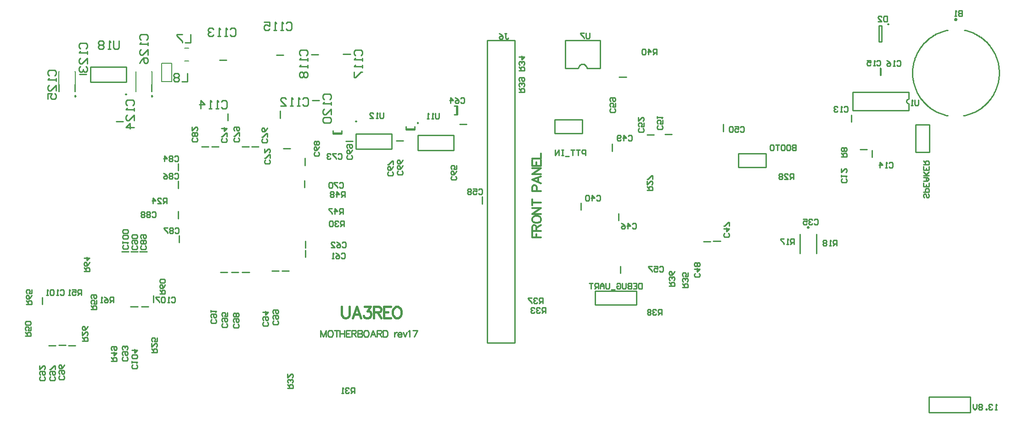
<source format=gbo>
G04*
G04 #@! TF.GenerationSoftware,Altium Limited,Altium Designer,19.1.8 (144)*
G04*
G04 Layer_Color=32896*
%FSLAX25Y25*%
%MOIN*%
G70*
G01*
G75*
%ADD10C,0.00984*%
%ADD11C,0.01000*%
%ADD12C,0.00787*%
%ADD143C,0.01544*%
%ADD144C,0.00926*%
%ADD145C,0.01235*%
G36*
X78090Y-62090D02*
X78224Y-62102D01*
X78353Y-62137D01*
X78475Y-62194D01*
X78585Y-62271D01*
X78680Y-62366D01*
X78757Y-62476D01*
X78814Y-62598D01*
X78848Y-62728D01*
X78860Y-62862D01*
X78848Y-62996D01*
X78814Y-63126D01*
X78757Y-63248D01*
X78680Y-63358D01*
X78585Y-63453D01*
X78475Y-63530D01*
X78353Y-63587D01*
X78224Y-63622D01*
X78090Y-63634D01*
X77956Y-63622D01*
X77826Y-63587D01*
X77705Y-63530D01*
X77595Y-63453D01*
X77500Y-63358D01*
X77423Y-63248D01*
X77366Y-63126D01*
X77332Y-62996D01*
X77320Y-62862D01*
X77332Y-62728D01*
X77366Y-62598D01*
X77423Y-62476D01*
X77500Y-62366D01*
X77595Y-62271D01*
X77705Y-62194D01*
X77826Y-62137D01*
X77956Y-62102D01*
X78090Y-62090D01*
D01*
D02*
G37*
G36*
X244986Y-83362D02*
X244852Y-83350D01*
X244723Y-83315D01*
X244601Y-83259D01*
X244491Y-83182D01*
X244396Y-83086D01*
X244319Y-82976D01*
X244262Y-82854D01*
X244228Y-82724D01*
X244216Y-82591D01*
X244228Y-82456D01*
X244262Y-82326D01*
X244319Y-82205D01*
X244396Y-82095D01*
X244491Y-81999D01*
X244601Y-81922D01*
X244723Y-81865D01*
X244852Y-81831D01*
X244986Y-81819D01*
X245120Y-81831D01*
X245250Y-81865D01*
X245371Y-81922D01*
X245481Y-81999D01*
X245576Y-82095D01*
X245653Y-82205D01*
X245710Y-82326D01*
X245744Y-82456D01*
X245756Y-82591D01*
X245744Y-82724D01*
X245710Y-82854D01*
X245653Y-82976D01*
X245576Y-83086D01*
X245481Y-83182D01*
X245371Y-83259D01*
X245250Y-83315D01*
X245120Y-83350D01*
X244986Y-83362D01*
D01*
D02*
G37*
G36*
X289868Y-84475D02*
X289734Y-84464D01*
X289605Y-84429D01*
X289483Y-84372D01*
X289373Y-84295D01*
X289278Y-84200D01*
X289201Y-84089D01*
X289144Y-83968D01*
X289109Y-83838D01*
X289098Y-83704D01*
X289109Y-83570D01*
X289144Y-83440D01*
X289201Y-83318D01*
X289278Y-83208D01*
X289373Y-83113D01*
X289483Y-83035D01*
X289605Y-82979D01*
X289734Y-82944D01*
X289868Y-82932D01*
X290002Y-82944D01*
X290131Y-82979D01*
X290253Y-83035D01*
X290363Y-83113D01*
X290458Y-83208D01*
X290535Y-83318D01*
X290592Y-83440D01*
X290626Y-83570D01*
X290638Y-83704D01*
X290626Y-83838D01*
X290592Y-83968D01*
X290535Y-84089D01*
X290458Y-84200D01*
X290363Y-84295D01*
X290253Y-84372D01*
X290131Y-84429D01*
X290002Y-84464D01*
X289868Y-84475D01*
D01*
D02*
G37*
G36*
X573228Y-160630D02*
X573058Y-160615D01*
X572892Y-160571D01*
X572737Y-160498D01*
X572596Y-160400D01*
X572475Y-160278D01*
X572376Y-160138D01*
X572304Y-159982D01*
X572260Y-159817D01*
X572245Y-159646D01*
X572260Y-159475D01*
X572304Y-159309D01*
X572376Y-159153D01*
X572475Y-159013D01*
X572596Y-158892D01*
X572737Y-158793D01*
X572892Y-158721D01*
X573058Y-158676D01*
X573228Y-158661D01*
X573399Y-158676D01*
X573565Y-158721D01*
X573720Y-158793D01*
X573861Y-158892D01*
X573982Y-159013D01*
X574080Y-159153D01*
X574153Y-159309D01*
X574197Y-159475D01*
X574212Y-159646D01*
X574197Y-159817D01*
X574153Y-159982D01*
X574080Y-160138D01*
X573982Y-160278D01*
X573861Y-160400D01*
X573720Y-160498D01*
X573565Y-160571D01*
X573399Y-160615D01*
X573228Y-160630D01*
D01*
D02*
G37*
G36*
X630621Y-11876D02*
X630633Y-11742D01*
X630667Y-11612D01*
X630724Y-11491D01*
X630801Y-11381D01*
X630897Y-11286D01*
X631006Y-11209D01*
X631128Y-11152D01*
X631258Y-11117D01*
X631392Y-11106D01*
X631526Y-11117D01*
X631656Y-11152D01*
X631778Y-11209D01*
X631888Y-11286D01*
X631983Y-11381D01*
X632060Y-11491D01*
X632117Y-11612D01*
X632152Y-11742D01*
X632163Y-11876D01*
X632152Y-12009D01*
X632117Y-12139D01*
X632060Y-12261D01*
X631983Y-12371D01*
X631888Y-12466D01*
X631778Y-12543D01*
X631656Y-12600D01*
X631526Y-12634D01*
X631392Y-12646D01*
X631258Y-12634D01*
X631128Y-12600D01*
X631006Y-12543D01*
X630897Y-12466D01*
X630801Y-12371D01*
X630724Y-12261D01*
X630667Y-12139D01*
X630633Y-12009D01*
X630621Y-11876D01*
D01*
D02*
G37*
G36*
X680318Y-9596D02*
X680113Y-9578D01*
X679914Y-9525D01*
X679728Y-9438D01*
X679559Y-9320D01*
X679413Y-9174D01*
X679295Y-9006D01*
X679208Y-8819D01*
X679155Y-8620D01*
X679137Y-8415D01*
X679155Y-8210D01*
X679208Y-8011D01*
X679295Y-7825D01*
X679413Y-7656D01*
X679559Y-7511D01*
X679728Y-7393D01*
X679914Y-7306D01*
X680113Y-7252D01*
X680318Y-7235D01*
X680523Y-7252D01*
X680722Y-7306D01*
X680909Y-7393D01*
X681077Y-7511D01*
X681223Y-7656D01*
X681341Y-7825D01*
X681428Y-8011D01*
X681481Y-8210D01*
X681499Y-8415D01*
X681481Y-8620D01*
X681428Y-8819D01*
X681341Y-9006D01*
X681223Y-9174D01*
X681077Y-9320D01*
X680909Y-9438D01*
X680722Y-9525D01*
X680523Y-9578D01*
X680318Y-9596D01*
D01*
D02*
G37*
D10*
X97342Y-64173D02*
X96604Y-63747D01*
Y-64599D01*
X97342Y-64173D01*
X41618D02*
X40880Y-63747D01*
Y-64599D01*
X41618Y-64173D01*
D11*
X412600Y-44079D02*
X412445Y-43105D01*
X411998Y-42227D01*
X411301Y-41530D01*
X410423Y-41082D01*
X409449Y-40928D01*
X408475Y-41082D01*
X407597Y-41530D01*
X406900Y-42227D01*
X406452Y-43105D01*
X406298Y-44079D01*
X711811Y-47278D02*
X711796Y-46271D01*
X711748Y-45265D01*
X711668Y-44261D01*
X711557Y-43260D01*
X711414Y-42263D01*
X711239Y-41271D01*
X711033Y-40286D01*
X710796Y-39307D01*
X710529Y-38336D01*
X710230Y-37374D01*
X709902Y-36422D01*
X709543Y-35481D01*
X709155Y-34552D01*
X708737Y-33635D01*
X708291Y-32732D01*
X707817Y-31844D01*
X707314Y-30971D01*
X706784Y-30115D01*
X706227Y-29276D01*
X705645Y-28454D01*
X705036Y-27652D01*
X704402Y-26869D01*
X703744Y-26107D01*
X703062Y-25366D01*
X702357Y-24647D01*
X701629Y-23951D01*
X700880Y-23278D01*
X700110Y-22629D01*
X699319Y-22005D01*
X698510Y-21406D01*
X697681Y-20833D01*
X696835Y-20286D01*
X695973Y-19767D01*
X695094Y-19275D01*
X694200Y-18811D01*
X693292Y-18376D01*
X692370Y-17970D01*
X691436Y-17593D01*
X690491Y-17246D01*
X689535Y-16929D01*
X688569Y-16642D01*
X687595Y-16386D01*
X686614Y-16161D01*
X685999Y-78410D02*
X686977Y-78204D01*
X687948Y-77967D01*
X688912Y-77700D01*
X689866Y-77403D01*
X690811Y-77077D01*
X691745Y-76720D01*
X692667Y-76335D01*
X693577Y-75921D01*
X694473Y-75479D01*
X695355Y-75009D01*
X696222Y-74511D01*
X697073Y-73987D01*
X697907Y-73436D01*
X698724Y-72859D01*
X699521Y-72257D01*
X700300Y-71631D01*
X701059Y-70980D01*
X701797Y-70306D01*
X702513Y-69608D01*
X703207Y-68889D01*
X703879Y-68149D01*
X704526Y-67387D01*
X705150Y-66606D01*
X705749Y-65806D01*
X706322Y-64987D01*
X706870Y-64151D01*
X707391Y-63298D01*
X707885Y-62429D01*
X708352Y-61545D01*
X708790Y-60647D01*
X709201Y-59736D01*
X709582Y-58812D01*
X709935Y-57877D01*
X710258Y-56931D01*
X710551Y-55975D01*
X710814Y-55011D01*
X711047Y-54039D01*
X711249Y-53060D01*
X711421Y-52075D01*
X711561Y-51086D01*
X711670Y-50092D01*
X711749Y-49095D01*
X711796Y-48097D01*
X711811Y-47098D01*
X648818Y-47117D02*
X648834Y-48116D01*
X648881Y-49113D01*
X648959Y-50109D01*
X649069Y-51102D01*
X649209Y-52091D01*
X649380Y-53075D01*
X649582Y-54053D01*
X649815Y-55024D01*
X650078Y-55988D01*
X650371Y-56943D01*
X650694Y-57888D01*
X651046Y-58823D01*
X651427Y-59746D01*
X651837Y-60656D01*
X652276Y-61554D01*
X652742Y-62437D01*
X653235Y-63305D01*
X653756Y-64158D01*
X654303Y-64994D01*
X654876Y-65812D01*
X655475Y-66611D01*
X656098Y-67392D01*
X656745Y-68152D01*
X657416Y-68893D01*
X658110Y-69611D01*
X658826Y-70308D01*
X659563Y-70981D01*
X660321Y-71632D01*
X661099Y-72258D01*
X661897Y-72860D01*
X662712Y-73436D01*
X663546Y-73986D01*
X664396Y-74510D01*
X665262Y-75007D01*
X666144Y-75477D01*
X667039Y-75919D01*
X667948Y-76333D01*
X668870Y-76718D01*
X669803Y-77074D01*
X670747Y-77400D01*
X671701Y-77697D01*
X672664Y-77964D01*
X673634Y-78200D01*
X674611Y-78406D01*
X674403Y-16162D02*
X673434Y-16366D01*
X672471Y-16601D01*
X671516Y-16865D01*
X670570Y-17160D01*
X669634Y-17483D01*
X668708Y-17837D01*
X667794Y-18218D01*
X666892Y-18629D01*
X666004Y-19067D01*
X665130Y-19533D01*
X664270Y-20026D01*
X663427Y-20546D01*
X662600Y-21092D01*
X661791Y-21664D01*
X661000Y-22260D01*
X660228Y-22882D01*
X659476Y-23527D01*
X658745Y-24195D01*
X658035Y-24886D01*
X657347Y-25599D01*
X656681Y-26333D01*
X656039Y-27087D01*
X655421Y-27861D01*
X654828Y-28655D01*
X654259Y-29466D01*
X653717Y-30295D01*
X653200Y-31140D01*
X652710Y-32002D01*
X652248Y-32878D01*
X651813Y-33768D01*
X651406Y-34671D01*
X651028Y-35587D01*
X650679Y-36514D01*
X650359Y-37452D01*
X650068Y-38399D01*
X649807Y-39355D01*
X649577Y-40318D01*
X649376Y-41288D01*
X649206Y-42265D01*
X649067Y-43245D01*
X648958Y-44230D01*
X648881Y-45218D01*
X648834Y-46207D01*
X648819Y-47198D01*
X646169Y-66280D02*
X645140Y-66506D01*
X644480Y-67328D01*
Y-68381D01*
X645140Y-69202D01*
X646169Y-69428D01*
X235632Y-33463D02*
X240746D01*
X212403Y-33857D02*
X217518D01*
X213191Y-67322D02*
X218305D01*
X187207Y-34253D02*
X192321D01*
X145868Y-37995D02*
X150982D01*
X52211Y-53937D02*
X78194D01*
X52211Y-42913D02*
X78194D01*
X52211Y-53937D02*
Y-42913D01*
X78194Y-53937D02*
Y-42913D01*
X44081Y-48226D02*
X49195D01*
X70687Y-82465D02*
X75801D01*
X151774Y-82085D02*
Y-76970D01*
X189763Y-80116D02*
Y-75002D01*
X522558Y-116024D02*
Y-106024D01*
X542560D01*
Y-116024D02*
Y-106024D01*
X522558Y-116024D02*
X542560D01*
X412600Y-44075D02*
X422047D01*
X396850D02*
X406298D01*
X396850Y-23602D02*
X422047D01*
Y-44075D02*
Y-23602D01*
X396850Y-44075D02*
Y-23602D01*
X418624Y-216024D02*
Y-206024D01*
X448620D01*
Y-216024D02*
Y-206024D01*
X418624Y-216024D02*
X448620D01*
X289764Y-103652D02*
Y-92629D01*
X315747Y-103652D02*
Y-92629D01*
X289764Y-103652D02*
X315747D01*
X289764Y-92629D02*
X315747D01*
X435434Y-154709D02*
Y-149594D01*
X690787Y-294094D02*
Y-283071D01*
X660787Y-294094D02*
X690787D01*
X660787D02*
Y-283071D01*
X690787D01*
X651299Y-84999D02*
X661299D01*
Y-105001D02*
Y-84999D01*
X651299Y-105001D02*
X661299D01*
X651299D02*
Y-84999D01*
X340118Y-23740D02*
X360118D01*
Y-243740D02*
Y-23740D01*
X340118Y-243740D02*
X360118D01*
X340118D02*
Y-23740D01*
X320086Y-84449D02*
X325200D01*
X237515Y-97047D02*
X242630D01*
X89175Y-217124D02*
X94289D01*
X81301D02*
X86415D01*
X21852Y-245475D02*
X26967D01*
X646162Y-74548D02*
Y-69429D01*
Y-66280D02*
Y-61161D01*
X605611D02*
X646162D01*
X605611Y-74548D02*
X646162D01*
X605611D02*
Y-61161D01*
X624409Y-12796D02*
X626378D01*
X624409Y-24606D02*
Y-12796D01*
Y-24606D02*
X626378D01*
Y-12796D01*
X625593Y-48817D02*
Y-43703D01*
X604530Y-82872D02*
Y-77758D01*
X436006Y-50179D02*
X441120D01*
X430903Y-104132D02*
Y-99018D01*
X436788Y-193082D02*
Y-187968D01*
X497049Y-169884D02*
X502163D01*
X504248Y-169511D02*
X509363D01*
X389103Y-91386D02*
Y-81386D01*
X409105D01*
Y-91386D02*
Y-81386D01*
X389103Y-91386D02*
X409105D01*
X316145Y-71263D02*
X318501D01*
X316145Y-77556D02*
X318501D01*
Y-71263D01*
X317756Y-77556D02*
Y-71263D01*
X336603Y-142453D02*
Y-137339D01*
X244882Y-102539D02*
Y-91515D01*
X270865Y-102539D02*
Y-91515D01*
X244882Y-102539D02*
X270865D01*
X244882Y-91515D02*
X270865D01*
X234643Y-91729D02*
Y-89373D01*
X228350Y-91729D02*
Y-89373D01*
Y-91729D02*
X234643D01*
X228350Y-90984D02*
X234643D01*
X207621Y-130581D02*
Y-125467D01*
X169044Y-100982D02*
X174158D01*
X140125D02*
X145239D01*
X97837Y-214368D02*
Y-209254D01*
X74805Y-177163D02*
X79919D01*
X146385Y-192255D02*
X151499D01*
X81498Y-177163D02*
X86612D01*
X87994Y-177360D02*
X93108D01*
X116358Y-170566D02*
Y-165452D01*
X115978Y-131091D02*
Y-125976D01*
X619640Y-108679D02*
Y-103565D01*
X469097Y-91931D02*
X474211D01*
X511420Y-89762D02*
Y-84648D01*
X408067Y-147045D02*
Y-141931D01*
X207692Y-114474D02*
Y-109360D01*
X208268Y-174663D02*
Y-169548D01*
Y-181356D02*
Y-176241D01*
X115978Y-118248D02*
Y-113134D01*
X115788Y-153105D02*
Y-147991D01*
X17124Y-215549D02*
Y-210435D01*
X274215Y-96653D02*
X279329D01*
X287398Y-88579D02*
Y-86224D01*
X281105Y-88579D02*
Y-86224D01*
Y-88579D02*
X287398D01*
X281105Y-87835D02*
X287398D01*
X29136Y-245278D02*
X34250D01*
X36026Y-245475D02*
X41140D01*
X625785Y-49014D02*
Y-43900D01*
X579134Y-178740D02*
Y-164567D01*
X567323Y-178740D02*
Y-164567D01*
X192062Y-102096D02*
X197176D01*
X191053Y-191419D02*
X196168D01*
X183708D02*
X188822D01*
X162212Y-100982D02*
X167326D01*
X162285Y-192255D02*
X167399D01*
X154399D02*
X159513D01*
X132791Y-100982D02*
X137905D01*
X610829Y-102950D02*
X615943D01*
X456104Y-92325D02*
X461219D01*
X72835Y-23923D02*
Y-28922D01*
X71835Y-29921D01*
X69836D01*
X68836Y-28922D01*
Y-23923D01*
X66837Y-29921D02*
X64837D01*
X65837D01*
Y-23923D01*
X66837Y-24923D01*
X61838D02*
X60839Y-23923D01*
X58839D01*
X57840Y-24923D01*
Y-25923D01*
X58839Y-26922D01*
X57840Y-27922D01*
Y-28922D01*
X58839Y-29921D01*
X60839D01*
X61838Y-28922D01*
Y-27922D01*
X60839Y-26922D01*
X61838Y-25923D01*
Y-24923D01*
X60839Y-26922D02*
X58839D01*
X122441Y-47545D02*
Y-53543D01*
X118442D01*
X116443Y-48545D02*
X115443Y-47545D01*
X113444D01*
X112444Y-48545D01*
Y-49545D01*
X113444Y-50544D01*
X112444Y-51544D01*
Y-52544D01*
X113444Y-53543D01*
X115443D01*
X116443Y-52544D01*
Y-51544D01*
X115443Y-50544D01*
X116443Y-49545D01*
Y-48545D01*
X115443Y-50544D02*
X113444D01*
X88702Y-23290D02*
X87703Y-22290D01*
Y-20291D01*
X88702Y-19291D01*
X92701D01*
X93701Y-20291D01*
Y-22290D01*
X92701Y-23290D01*
X93701Y-25289D02*
Y-27289D01*
Y-26289D01*
X87703D01*
X88702Y-25289D01*
X93701Y-34286D02*
Y-30288D01*
X89702Y-34286D01*
X88702D01*
X87703Y-33287D01*
Y-31288D01*
X88702Y-30288D01*
X87703Y-40285D02*
X88702Y-38285D01*
X90702Y-36286D01*
X92701D01*
X93701Y-37286D01*
Y-39285D01*
X92701Y-40285D01*
X91701D01*
X90702Y-39285D01*
Y-36286D01*
X22167Y-49274D02*
X21167Y-48275D01*
Y-46275D01*
X22167Y-45276D01*
X26166D01*
X27165Y-46275D01*
Y-48275D01*
X26166Y-49274D01*
X27165Y-51274D02*
Y-53273D01*
Y-52273D01*
X21167D01*
X22167Y-51274D01*
X27165Y-60271D02*
Y-56272D01*
X23167Y-60271D01*
X22167D01*
X21167Y-59271D01*
Y-57272D01*
X22167Y-56272D01*
X21167Y-66269D02*
Y-62270D01*
X24166D01*
X23167Y-64269D01*
Y-65269D01*
X24166Y-66269D01*
X26166D01*
X27165Y-65269D01*
Y-63270D01*
X26166Y-62270D01*
X147236Y-68191D02*
X148236Y-67191D01*
X150235D01*
X151235Y-68191D01*
Y-72189D01*
X150235Y-73189D01*
X148236D01*
X147236Y-72189D01*
X145237Y-73189D02*
X143237D01*
X144237D01*
Y-67191D01*
X145237Y-68191D01*
X140238Y-73189D02*
X138239D01*
X139239D01*
Y-67191D01*
X140238Y-68191D01*
X132241Y-73189D02*
Y-67191D01*
X135240Y-70190D01*
X131241D01*
X124985Y-19159D02*
Y-25157D01*
X120986D01*
X118987Y-19159D02*
X114988D01*
Y-20159D01*
X118987Y-24158D01*
Y-25157D01*
X78860Y-70928D02*
X77860Y-69928D01*
Y-67929D01*
X78860Y-66929D01*
X82859D01*
X83858Y-67929D01*
Y-69928D01*
X82859Y-70928D01*
X83858Y-72927D02*
Y-74927D01*
Y-73927D01*
X77860D01*
X78860Y-72927D01*
X83858Y-81924D02*
Y-77926D01*
X79860Y-81924D01*
X78860D01*
X77860Y-80925D01*
Y-78925D01*
X78860Y-77926D01*
X83858Y-86923D02*
X77860D01*
X80859Y-83924D01*
Y-87922D01*
X45002Y-29589D02*
X44002Y-28590D01*
Y-26590D01*
X45002Y-25591D01*
X49000D01*
X50000Y-26590D01*
Y-28590D01*
X49000Y-29589D01*
X50000Y-31589D02*
Y-33588D01*
Y-32588D01*
X44002D01*
X45002Y-31589D01*
X50000Y-40586D02*
Y-36587D01*
X46001Y-40586D01*
X45002D01*
X44002Y-39586D01*
Y-37587D01*
X45002Y-36587D01*
Y-42585D02*
X44002Y-43585D01*
Y-45584D01*
X45002Y-46584D01*
X46001D01*
X47001Y-45584D01*
Y-44584D01*
Y-45584D01*
X48001Y-46584D01*
X49000D01*
X50000Y-45584D01*
Y-43585D01*
X49000Y-42585D01*
X221773Y-66597D02*
X220774Y-65597D01*
Y-63598D01*
X221773Y-62598D01*
X225772D01*
X226772Y-63598D01*
Y-65597D01*
X225772Y-66597D01*
X226772Y-68597D02*
Y-70596D01*
Y-69596D01*
X220774D01*
X221773Y-68597D01*
X226772Y-77594D02*
Y-73595D01*
X222773Y-77594D01*
X221773D01*
X220774Y-76594D01*
Y-74595D01*
X221773Y-73595D01*
Y-79593D02*
X220774Y-80593D01*
Y-82592D01*
X221773Y-83592D01*
X225772D01*
X226772Y-82592D01*
Y-80593D01*
X225772Y-79593D01*
X221773D01*
X204844Y-34707D02*
X203844Y-33708D01*
Y-31708D01*
X204844Y-30709D01*
X208843D01*
X209842Y-31708D01*
Y-33708D01*
X208843Y-34707D01*
X209842Y-36707D02*
Y-38706D01*
Y-37706D01*
X203844D01*
X204844Y-36707D01*
X209842Y-41705D02*
Y-43705D01*
Y-42705D01*
X203844D01*
X204844Y-41705D01*
Y-46703D02*
X203844Y-47703D01*
Y-49703D01*
X204844Y-50702D01*
X205844D01*
X206843Y-49703D01*
X207843Y-50702D01*
X208843D01*
X209842Y-49703D01*
Y-47703D01*
X208843Y-46703D01*
X207843D01*
X206843Y-47703D01*
X205844Y-46703D01*
X204844D01*
X206843Y-47703D02*
Y-49703D01*
X244608Y-34707D02*
X243608Y-33708D01*
Y-31708D01*
X244608Y-30709D01*
X248607D01*
X249606Y-31708D01*
Y-33708D01*
X248607Y-34707D01*
X249606Y-36707D02*
Y-38706D01*
Y-37706D01*
X243608D01*
X244608Y-36707D01*
X249606Y-41705D02*
Y-43705D01*
Y-42705D01*
X243608D01*
X244608Y-41705D01*
X243608Y-46703D02*
Y-50702D01*
X244608D01*
X248607Y-46703D01*
X249606D01*
X194033Y-11143D02*
X195033Y-10144D01*
X197032D01*
X198031Y-11143D01*
Y-15142D01*
X197032Y-16142D01*
X195033D01*
X194033Y-15142D01*
X192033Y-16142D02*
X190034D01*
X191034D01*
Y-10144D01*
X192033Y-11143D01*
X187035Y-16142D02*
X185036D01*
X186035D01*
Y-10144D01*
X187035Y-11143D01*
X178038Y-10144D02*
X182037D01*
Y-13143D01*
X180037Y-12143D01*
X179038D01*
X178038Y-13143D01*
Y-15142D01*
X179038Y-16142D01*
X181037D01*
X182037Y-15142D01*
X153482Y-15474D02*
X154481Y-14474D01*
X156481D01*
X157480Y-15474D01*
Y-19473D01*
X156481Y-20472D01*
X154481D01*
X153482Y-19473D01*
X151482Y-20472D02*
X149483D01*
X150483D01*
Y-14474D01*
X151482Y-15474D01*
X146484Y-20472D02*
X144484D01*
X145484D01*
Y-14474D01*
X146484Y-15474D01*
X141486D02*
X140486Y-14474D01*
X138487D01*
X137487Y-15474D01*
Y-16474D01*
X138487Y-17473D01*
X139486D01*
X138487D01*
X137487Y-18473D01*
Y-19473D01*
X138487Y-20472D01*
X140486D01*
X141486Y-19473D01*
X206284Y-66234D02*
X207284Y-65234D01*
X209283D01*
X210283Y-66234D01*
Y-70233D01*
X209283Y-71232D01*
X207284D01*
X206284Y-70233D01*
X204285Y-71232D02*
X202286D01*
X203285D01*
Y-65234D01*
X204285Y-66234D01*
X199287Y-71232D02*
X197287D01*
X198287D01*
Y-65234D01*
X199287Y-66234D01*
X190290Y-71232D02*
X194288D01*
X190290Y-67234D01*
Y-66234D01*
X191289Y-65234D01*
X193289D01*
X194288Y-66234D01*
X564183Y-99696D02*
Y-103684D01*
X562189D01*
X561524Y-103019D01*
Y-102355D01*
X562189Y-101690D01*
X564183D01*
X562189D01*
X561524Y-101025D01*
Y-100361D01*
X562189Y-99696D01*
X564183D01*
X558201D02*
X559530D01*
X560195Y-100361D01*
Y-103019D01*
X559530Y-103684D01*
X558201D01*
X557536Y-103019D01*
Y-100361D01*
X558201Y-99696D01*
X554213D02*
X555542D01*
X556207Y-100361D01*
Y-103019D01*
X555542Y-103684D01*
X554213D01*
X553548Y-103019D01*
Y-100361D01*
X554213Y-99696D01*
X552218D02*
X549560D01*
X550889D01*
Y-103684D01*
X548230Y-100361D02*
X547566Y-99696D01*
X546236D01*
X545572Y-100361D01*
Y-103019D01*
X546236Y-103684D01*
X547566D01*
X548230Y-103019D01*
Y-100361D01*
X414490Y-18388D02*
Y-21711D01*
X413825Y-22376D01*
X412496D01*
X411831Y-21711D01*
Y-18388D01*
X410502D02*
X407843D01*
Y-19052D01*
X410502Y-21711D01*
Y-22376D01*
X684887Y-2020D02*
Y-6008D01*
X682893D01*
X682228Y-5344D01*
Y-4679D01*
X682893Y-4014D01*
X684887D01*
X682893D01*
X682228Y-3350D01*
Y-2685D01*
X682893Y-2020D01*
X684887D01*
X680899Y-6008D02*
X679569D01*
X680234D01*
Y-2020D01*
X680899Y-2685D01*
X452667Y-200293D02*
Y-204281D01*
X450673D01*
X450008Y-203616D01*
Y-200957D01*
X450673Y-200293D01*
X452667D01*
X446020D02*
X448679D01*
Y-204281D01*
X446020D01*
X448679Y-202287D02*
X447350D01*
X444691Y-200293D02*
Y-204281D01*
X442697D01*
X442032Y-203616D01*
Y-202951D01*
X442697Y-202287D01*
X444691D01*
X442697D01*
X442032Y-201622D01*
Y-200957D01*
X442697Y-200293D01*
X444691D01*
X440703D02*
Y-203616D01*
X440038Y-204281D01*
X438709D01*
X438044Y-203616D01*
Y-200293D01*
X434056Y-200957D02*
X434721Y-200293D01*
X436050D01*
X436715Y-200957D01*
Y-203616D01*
X436050Y-204281D01*
X434721D01*
X434056Y-203616D01*
Y-202287D01*
X435385D01*
X432726Y-204945D02*
X430068D01*
X428738Y-200293D02*
Y-203616D01*
X428074Y-204281D01*
X426744D01*
X426080Y-203616D01*
Y-200293D01*
X424750Y-204281D02*
Y-201622D01*
X423421Y-200293D01*
X422092Y-201622D01*
Y-204281D01*
Y-202287D01*
X424750D01*
X420762Y-204281D02*
Y-200293D01*
X418768D01*
X418104Y-200957D01*
Y-202287D01*
X418768Y-202951D01*
X420762D01*
X419433D02*
X418104Y-204281D01*
X416774Y-200293D02*
X414115D01*
X415445D01*
Y-204281D01*
X305118Y-76721D02*
Y-80044D01*
X304453Y-80709D01*
X303124D01*
X302459Y-80044D01*
Y-76721D01*
X301130Y-80709D02*
X299801D01*
X300465D01*
Y-76721D01*
X301130Y-77385D01*
X297807Y-80709D02*
X296477D01*
X297142D01*
Y-76721D01*
X297807Y-77385D01*
X445373Y-157307D02*
X446037Y-156642D01*
X447367D01*
X448032Y-157307D01*
Y-159965D01*
X447367Y-160630D01*
X446037D01*
X445373Y-159965D01*
X442049Y-160630D02*
Y-156642D01*
X444043Y-158636D01*
X441385D01*
X437396Y-156642D02*
X438726Y-157307D01*
X440055Y-158636D01*
Y-159965D01*
X439391Y-160630D01*
X438061D01*
X437396Y-159965D01*
Y-159300D01*
X438061Y-158636D01*
X440055D01*
X710051Y-292400D02*
X708722D01*
X709387D01*
Y-288411D01*
X710051Y-289076D01*
X706728D02*
X706063Y-288411D01*
X704734D01*
X704069Y-289076D01*
Y-289741D01*
X704734Y-290406D01*
X705399D01*
X704734D01*
X704069Y-291070D01*
Y-291735D01*
X704734Y-292400D01*
X706063D01*
X706728Y-291735D01*
X702740Y-292400D02*
Y-291735D01*
X702075D01*
Y-292400D01*
X702740D01*
X699416Y-289076D02*
X698752Y-288411D01*
X697423D01*
X696758Y-289076D01*
Y-289741D01*
X697423Y-290406D01*
X696758Y-291070D01*
Y-291735D01*
X697423Y-292400D01*
X698752D01*
X699416Y-291735D01*
Y-291070D01*
X698752Y-290406D01*
X699416Y-289741D01*
Y-289076D01*
X698752Y-290406D02*
X697423D01*
X695428Y-288411D02*
Y-291070D01*
X694099Y-292400D01*
X692770Y-291070D01*
Y-288411D01*
X68898Y-214173D02*
Y-210185D01*
X66904D01*
X66239Y-210850D01*
Y-212179D01*
X66904Y-212844D01*
X68898D01*
X67568D02*
X66239Y-214173D01*
X62251Y-210185D02*
X63580Y-210850D01*
X64909Y-212179D01*
Y-213509D01*
X64245Y-214173D01*
X62915D01*
X62251Y-213509D01*
Y-212844D01*
X62915Y-212179D01*
X64909D01*
X60921Y-214173D02*
X59592D01*
X60257D01*
Y-210185D01*
X60921Y-210850D01*
X660042Y-135106D02*
X660707Y-135771D01*
Y-137100D01*
X660042Y-137765D01*
X659377D01*
X658713Y-137100D01*
Y-135771D01*
X658048Y-135106D01*
X657383D01*
X656719Y-135771D01*
Y-137100D01*
X657383Y-137765D01*
X656719Y-133777D02*
X660707D01*
Y-131783D01*
X660042Y-131118D01*
X658713D01*
X658048Y-131783D01*
Y-133777D01*
X660707Y-127130D02*
Y-129789D01*
X656719D01*
Y-127130D01*
X658713Y-129789D02*
Y-128459D01*
X656719Y-125801D02*
X659377D01*
X660707Y-124471D01*
X659377Y-123142D01*
X656719D01*
X658713D01*
Y-125801D01*
X660707Y-121812D02*
X656719D01*
X658048D01*
X660707Y-119154D01*
X658713Y-121148D01*
X656719Y-119154D01*
X660707Y-115166D02*
Y-117824D01*
X656719D01*
Y-115166D01*
X658713Y-117824D02*
Y-116495D01*
X656719Y-113836D02*
X660707D01*
Y-111842D01*
X660042Y-111178D01*
X658713D01*
X658048Y-111842D01*
Y-113836D01*
Y-112507D02*
X656719Y-111178D01*
X352980Y-18526D02*
X354310D01*
X353645D01*
Y-21849D01*
X354310Y-22514D01*
X354974D01*
X355639Y-21849D01*
X348992Y-18526D02*
X350322Y-19190D01*
X351651Y-20520D01*
Y-21849D01*
X350986Y-22514D01*
X349657D01*
X348992Y-21849D01*
Y-21184D01*
X349657Y-20520D01*
X351651D01*
X317291Y-122428D02*
X317956Y-123093D01*
Y-124422D01*
X317291Y-125087D01*
X314633D01*
X313968Y-124422D01*
Y-123093D01*
X314633Y-122428D01*
X317956Y-118440D02*
X317291Y-119770D01*
X315962Y-121099D01*
X314633D01*
X313968Y-120434D01*
Y-119105D01*
X314633Y-118440D01*
X315297D01*
X315962Y-119105D01*
Y-121099D01*
X317956Y-114452D02*
Y-117111D01*
X315962D01*
X316627Y-115781D01*
Y-115117D01*
X315962Y-114452D01*
X314633D01*
X313968Y-115117D01*
Y-116446D01*
X314633Y-117111D01*
X241512Y-107184D02*
X242177Y-107849D01*
Y-109178D01*
X241512Y-109843D01*
X238854D01*
X238189Y-109178D01*
Y-107849D01*
X238854Y-107184D01*
X242177Y-103196D02*
X241512Y-104525D01*
X240183Y-105854D01*
X238854D01*
X238189Y-105190D01*
Y-103860D01*
X238854Y-103196D01*
X239518D01*
X240183Y-103860D01*
Y-105854D01*
X238854Y-101866D02*
X238189Y-101202D01*
Y-99872D01*
X238854Y-99208D01*
X241512D01*
X242177Y-99872D01*
Y-101202D01*
X241512Y-101866D01*
X240848D01*
X240183Y-101202D01*
Y-99208D01*
X85593Y-259716D02*
X86258Y-260381D01*
Y-261710D01*
X85593Y-262374D01*
X82934D01*
X82270Y-261710D01*
Y-260381D01*
X82934Y-259716D01*
X82270Y-258386D02*
Y-257057D01*
Y-257722D01*
X86258D01*
X85593Y-258386D01*
Y-255063D02*
X86258Y-254398D01*
Y-253069D01*
X85593Y-252404D01*
X82934D01*
X82270Y-253069D01*
Y-254398D01*
X82934Y-255063D01*
X85593D01*
X82270Y-249081D02*
X86258D01*
X84264Y-251075D01*
Y-248416D01*
X78507Y-253924D02*
X79171Y-254589D01*
Y-255918D01*
X78507Y-256583D01*
X75848D01*
X75183Y-255918D01*
Y-254589D01*
X75848Y-253924D01*
Y-252594D02*
X75183Y-251930D01*
Y-250600D01*
X75848Y-249936D01*
X78507D01*
X79171Y-250600D01*
Y-251930D01*
X78507Y-252594D01*
X77842D01*
X77177Y-251930D01*
Y-249936D01*
X78507Y-248606D02*
X79171Y-247942D01*
Y-246612D01*
X78507Y-245948D01*
X77842D01*
X77177Y-246612D01*
Y-247277D01*
Y-246612D01*
X76512Y-245948D01*
X75848D01*
X75183Y-246612D01*
Y-247942D01*
X75848Y-248606D01*
X46063Y-242126D02*
X50051D01*
Y-240132D01*
X49386Y-239467D01*
X48057D01*
X47392Y-240132D01*
Y-242126D01*
Y-240797D02*
X46063Y-239467D01*
Y-235479D02*
Y-238138D01*
X48722Y-235479D01*
X49386D01*
X50051Y-236144D01*
Y-237473D01*
X49386Y-238138D01*
X50051Y-231491D02*
X49386Y-232820D01*
X48057Y-234150D01*
X46728D01*
X46063Y-233485D01*
Y-232156D01*
X46728Y-231491D01*
X47392D01*
X48057Y-232156D01*
Y-234150D01*
X18664Y-268099D02*
X19329Y-268764D01*
Y-270093D01*
X18664Y-270758D01*
X16005D01*
X15341Y-270093D01*
Y-268764D01*
X16005Y-268099D01*
Y-266770D02*
X15341Y-266105D01*
Y-264776D01*
X16005Y-264111D01*
X18664D01*
X19329Y-264776D01*
Y-266105D01*
X18664Y-266770D01*
X17999D01*
X17335Y-266105D01*
Y-264111D01*
X15341Y-260123D02*
Y-262782D01*
X17999Y-260123D01*
X18664D01*
X19329Y-260788D01*
Y-262117D01*
X18664Y-262782D01*
X653150Y-66878D02*
Y-70201D01*
X652485Y-70866D01*
X651156D01*
X650491Y-70201D01*
Y-66878D01*
X649161Y-70866D02*
X647832D01*
X648497D01*
Y-66878D01*
X649161Y-67543D01*
X630522Y-5891D02*
Y-9879D01*
X628528D01*
X627863Y-9214D01*
Y-6556D01*
X628528Y-5891D01*
X630522D01*
X623875Y-9879D02*
X626534D01*
X623875Y-7220D01*
Y-6556D01*
X624540Y-5891D01*
X625869D01*
X626534Y-6556D01*
X623019Y-38757D02*
X623683Y-38092D01*
X625013D01*
X625677Y-38757D01*
Y-41416D01*
X625013Y-42081D01*
X623683D01*
X623019Y-41416D01*
X621689Y-42081D02*
X620360D01*
X621025D01*
Y-38092D01*
X621689Y-38757D01*
X615707Y-38092D02*
X618366D01*
Y-40087D01*
X617036Y-39422D01*
X616372D01*
X615707Y-40087D01*
Y-41416D01*
X616372Y-42081D01*
X617701D01*
X618366Y-41416D01*
X599310Y-72267D02*
X599974Y-71602D01*
X601304D01*
X601968Y-72267D01*
Y-74926D01*
X601304Y-75590D01*
X599974D01*
X599310Y-74926D01*
X597980Y-75590D02*
X596651D01*
X597316D01*
Y-71602D01*
X597980Y-72267D01*
X594657D02*
X593992Y-71602D01*
X592663D01*
X591998Y-72267D01*
Y-72932D01*
X592663Y-73597D01*
X593328D01*
X592663D01*
X591998Y-74261D01*
Y-74926D01*
X592663Y-75590D01*
X593992D01*
X594657Y-74926D01*
X432424Y-73198D02*
X433089Y-73863D01*
Y-75192D01*
X432424Y-75857D01*
X429765D01*
X429101Y-75192D01*
Y-73863D01*
X429765Y-73198D01*
X433089Y-69210D02*
Y-71868D01*
X431095D01*
X431759Y-70539D01*
Y-69875D01*
X431095Y-69210D01*
X429765D01*
X429101Y-69875D01*
Y-71204D01*
X429765Y-71868D01*
Y-67880D02*
X429101Y-67216D01*
Y-65886D01*
X429765Y-65222D01*
X432424D01*
X433089Y-65886D01*
Y-67216D01*
X432424Y-67880D01*
X431759D01*
X431095Y-67216D01*
Y-65222D01*
X442617Y-93242D02*
X443282Y-92577D01*
X444611D01*
X445275Y-93242D01*
Y-95901D01*
X444611Y-96565D01*
X443282D01*
X442617Y-95901D01*
X439293Y-96565D02*
Y-92577D01*
X441287Y-94571D01*
X438629D01*
X437299Y-95901D02*
X436635Y-96565D01*
X435305D01*
X434641Y-95901D01*
Y-93242D01*
X435305Y-92577D01*
X436635D01*
X437299Y-93242D01*
Y-93906D01*
X436635Y-94571D01*
X434641D01*
X465244Y-188596D02*
X465909Y-187932D01*
X467238D01*
X467903Y-188596D01*
Y-191255D01*
X467238Y-191920D01*
X465909D01*
X465244Y-191255D01*
X461256Y-187932D02*
X463915D01*
Y-189926D01*
X462585Y-189261D01*
X461920D01*
X461256Y-189926D01*
Y-191255D01*
X461920Y-191920D01*
X463250D01*
X463915Y-191255D01*
X459927Y-187932D02*
X457268D01*
Y-188596D01*
X459927Y-191255D01*
Y-191920D01*
X493861Y-193091D02*
X494526Y-193755D01*
Y-195085D01*
X493861Y-195749D01*
X491202D01*
X490538Y-195085D01*
Y-193755D01*
X491202Y-193091D01*
X490538Y-189767D02*
X494526D01*
X492531Y-191761D01*
Y-189103D01*
X493861Y-187773D02*
X494526Y-187109D01*
Y-185779D01*
X493861Y-185115D01*
X493196D01*
X492531Y-185779D01*
X491867Y-185115D01*
X491202D01*
X490538Y-185779D01*
Y-187109D01*
X491202Y-187773D01*
X491867D01*
X492531Y-187109D01*
X493196Y-187773D01*
X493861D01*
X492531Y-187109D02*
Y-185779D01*
X515134Y-163877D02*
X515799Y-164541D01*
Y-165871D01*
X515134Y-166535D01*
X512476D01*
X511811Y-165871D01*
Y-164541D01*
X512476Y-163877D01*
X511811Y-160553D02*
X515799D01*
X513805Y-162547D01*
Y-159889D01*
X515799Y-158559D02*
Y-155901D01*
X515134D01*
X512476Y-158559D01*
X511811D01*
X363244Y-61163D02*
X367232D01*
Y-59169D01*
X366568Y-58504D01*
X365238D01*
X364574Y-59169D01*
Y-61163D01*
Y-59834D02*
X363244Y-58504D01*
X366568Y-57175D02*
X367232Y-56510D01*
Y-55181D01*
X366568Y-54516D01*
X365903D01*
X365238Y-55181D01*
Y-55845D01*
Y-55181D01*
X364574Y-54516D01*
X363909D01*
X363244Y-55181D01*
Y-56510D01*
X363909Y-57175D01*
Y-53187D02*
X363244Y-52522D01*
Y-51193D01*
X363909Y-50528D01*
X366568D01*
X367232Y-51193D01*
Y-52522D01*
X366568Y-53187D01*
X365903D01*
X365238Y-52522D01*
Y-50528D01*
X363352Y-45636D02*
X367341D01*
Y-43642D01*
X366676Y-42977D01*
X365347D01*
X364682Y-43642D01*
Y-45636D01*
Y-44306D02*
X363352Y-42977D01*
X366676Y-41648D02*
X367341Y-40983D01*
Y-39654D01*
X366676Y-38989D01*
X366011D01*
X365347Y-39654D01*
Y-40318D01*
Y-39654D01*
X364682Y-38989D01*
X364017D01*
X363352Y-39654D01*
Y-40983D01*
X364017Y-41648D01*
X363352Y-35666D02*
X367341D01*
X365347Y-37659D01*
Y-35001D01*
X411495Y-107152D02*
Y-103164D01*
X409501D01*
X408836Y-103829D01*
Y-105158D01*
X409501Y-105823D01*
X411495D01*
X407507Y-103164D02*
X404848D01*
X406177D01*
Y-107152D01*
X403519Y-103164D02*
X400860D01*
X402189D01*
Y-107152D01*
X399531Y-107817D02*
X396872D01*
X395542Y-103164D02*
X394213D01*
X394878D01*
Y-107152D01*
X395542D01*
X394213D01*
X392219D02*
Y-103164D01*
X389560Y-107152D01*
Y-103164D01*
X320856Y-65923D02*
X321520Y-65258D01*
X322850D01*
X323515Y-65923D01*
Y-68581D01*
X322850Y-69246D01*
X321520D01*
X320856Y-68581D01*
X316868Y-65258D02*
X318197Y-65923D01*
X319526Y-67252D01*
Y-68581D01*
X318862Y-69246D01*
X317532D01*
X316868Y-68581D01*
Y-67917D01*
X317532Y-67252D01*
X319526D01*
X313544Y-69246D02*
Y-65258D01*
X315538Y-67252D01*
X312879D01*
X382415Y-221970D02*
Y-217982D01*
X380420D01*
X379756Y-218647D01*
Y-219976D01*
X380420Y-220641D01*
X382415D01*
X381085D02*
X379756Y-221970D01*
X378426Y-218647D02*
X377762Y-217982D01*
X376432D01*
X375768Y-218647D01*
Y-219312D01*
X376432Y-219976D01*
X377097D01*
X376432D01*
X375768Y-220641D01*
Y-221306D01*
X376432Y-221970D01*
X377762D01*
X378426Y-221306D01*
X374438Y-218647D02*
X373774Y-217982D01*
X372444D01*
X371779Y-218647D01*
Y-219312D01*
X372444Y-219976D01*
X373109D01*
X372444D01*
X371779Y-220641D01*
Y-221306D01*
X372444Y-221970D01*
X373774D01*
X374438Y-221306D01*
X333836Y-132393D02*
X334500Y-131729D01*
X335830D01*
X336494Y-132393D01*
Y-135052D01*
X335830Y-135717D01*
X334500D01*
X333836Y-135052D01*
X329848Y-131729D02*
X332506D01*
Y-133723D01*
X331177Y-133058D01*
X330512D01*
X329848Y-133723D01*
Y-135052D01*
X330512Y-135717D01*
X331842D01*
X332506Y-135052D01*
X328518Y-132393D02*
X327853Y-131729D01*
X326524D01*
X325859Y-132393D01*
Y-133058D01*
X326524Y-133723D01*
X325859Y-134388D01*
Y-135052D01*
X326524Y-135717D01*
X327853D01*
X328518Y-135052D01*
Y-134388D01*
X327853Y-133723D01*
X328518Y-133058D01*
Y-132393D01*
X327853Y-133723D02*
X326524D01*
X264808Y-76163D02*
Y-79486D01*
X264143Y-80151D01*
X262814D01*
X262149Y-79486D01*
Y-76163D01*
X260820Y-80151D02*
X259490D01*
X260155D01*
Y-76163D01*
X260820Y-76828D01*
X254837Y-80151D02*
X257496D01*
X254837Y-77492D01*
Y-76828D01*
X255502Y-76163D01*
X256831D01*
X257496Y-76828D01*
X217680Y-104905D02*
X218344Y-105570D01*
Y-106899D01*
X217680Y-107564D01*
X215021D01*
X214356Y-106899D01*
Y-105570D01*
X215021Y-104905D01*
X218344Y-100917D02*
X217680Y-102246D01*
X216351Y-103576D01*
X215021D01*
X214356Y-102911D01*
Y-101582D01*
X215021Y-100917D01*
X215686D01*
X216351Y-101582D01*
Y-103576D01*
X217680Y-99588D02*
X218344Y-98923D01*
Y-97593D01*
X217680Y-96929D01*
X217015D01*
X216351Y-97593D01*
X215686Y-96929D01*
X215021D01*
X214356Y-97593D01*
Y-98923D01*
X215021Y-99588D01*
X215686D01*
X216351Y-98923D01*
X217015Y-99588D01*
X217680D01*
X216351Y-98923D02*
Y-97593D01*
X236871Y-137499D02*
Y-133511D01*
X234877D01*
X234212Y-134175D01*
Y-135505D01*
X234877Y-136169D01*
X236871D01*
X235542D02*
X234212Y-137499D01*
X230889D02*
Y-133511D01*
X232883Y-135505D01*
X230224D01*
X228895Y-134175D02*
X228230Y-133511D01*
X226901D01*
X226236Y-134175D01*
Y-134840D01*
X226901Y-135505D01*
X226236Y-136169D01*
Y-136834D01*
X226901Y-137499D01*
X228230D01*
X228895Y-136834D01*
Y-136169D01*
X228230Y-135505D01*
X228895Y-134840D01*
Y-134175D01*
X228230Y-135505D02*
X226901D01*
X236300Y-159055D02*
Y-155067D01*
X234306D01*
X233641Y-155731D01*
Y-157061D01*
X234306Y-157725D01*
X236300D01*
X234971D02*
X233641Y-159055D01*
X232312Y-155731D02*
X231647Y-155067D01*
X230318D01*
X229653Y-155731D01*
Y-156396D01*
X230318Y-157061D01*
X230982D01*
X230318D01*
X229653Y-157725D01*
Y-158390D01*
X230318Y-159055D01*
X231647D01*
X232312Y-158390D01*
X228324Y-155731D02*
X227659Y-155067D01*
X226330D01*
X225665Y-155731D01*
Y-158390D01*
X226330Y-159055D01*
X227659D01*
X228324Y-158390D01*
Y-155731D01*
X233007Y-127589D02*
X233672Y-126925D01*
X235001D01*
X235666Y-127589D01*
Y-130248D01*
X235001Y-130913D01*
X233672D01*
X233007Y-130248D01*
X231678Y-126925D02*
X229019D01*
Y-127589D01*
X231678Y-130248D01*
Y-130913D01*
X227689Y-127589D02*
X227025Y-126925D01*
X225695D01*
X225031Y-127589D01*
Y-130248D01*
X225695Y-130913D01*
X227025D01*
X227689Y-130248D01*
Y-127589D01*
X243786Y-280148D02*
Y-276160D01*
X241792D01*
X241127Y-276824D01*
Y-278153D01*
X241792Y-278818D01*
X243786D01*
X242457D02*
X241127Y-280148D01*
X239798Y-276824D02*
X239133Y-276160D01*
X237804D01*
X237139Y-276824D01*
Y-277489D01*
X237804Y-278153D01*
X238468D01*
X237804D01*
X237139Y-278818D01*
Y-279483D01*
X237804Y-280148D01*
X239133D01*
X239798Y-279483D01*
X235810Y-280148D02*
X234480D01*
X235145D01*
Y-276160D01*
X235810Y-276824D01*
X179701Y-95373D02*
X180366Y-96037D01*
Y-97367D01*
X179701Y-98032D01*
X177043D01*
X176378Y-97367D01*
Y-96037D01*
X177043Y-95373D01*
X180366Y-94043D02*
Y-91385D01*
X179701D01*
X177043Y-94043D01*
X176378D01*
X180366Y-87397D02*
X179701Y-88726D01*
X178372Y-90055D01*
X177043D01*
X176378Y-89391D01*
Y-88061D01*
X177043Y-87397D01*
X177707D01*
X178372Y-88061D01*
Y-90055D01*
X150567Y-94979D02*
X151232Y-95644D01*
Y-96973D01*
X150567Y-97638D01*
X147909D01*
X147244Y-96973D01*
Y-95644D01*
X147909Y-94979D01*
X151232Y-93650D02*
Y-90991D01*
X150567D01*
X147909Y-93650D01*
X147244D01*
Y-87668D02*
X151232D01*
X149238Y-89662D01*
Y-87003D01*
X110727Y-210850D02*
X111392Y-210185D01*
X112721D01*
X113386Y-210850D01*
Y-213509D01*
X112721Y-214173D01*
X111392D01*
X110727Y-213509D01*
X109398Y-214173D02*
X108068D01*
X108733D01*
Y-210185D01*
X109398Y-210850D01*
X106074D02*
X105410Y-210185D01*
X104080D01*
X103416Y-210850D01*
Y-213509D01*
X104080Y-214173D01*
X105410D01*
X106074Y-213509D01*
Y-210850D01*
X102086Y-210185D02*
X99427D01*
Y-210850D01*
X102086Y-213509D01*
Y-214173D01*
X78914Y-172538D02*
X79579Y-173203D01*
Y-174532D01*
X78914Y-175197D01*
X76255D01*
X75590Y-174532D01*
Y-173203D01*
X76255Y-172538D01*
X75590Y-171209D02*
Y-169879D01*
Y-170544D01*
X79579D01*
X78914Y-171209D01*
Y-167885D02*
X79579Y-167221D01*
Y-165891D01*
X78914Y-165227D01*
X76255D01*
X75590Y-165891D01*
Y-167221D01*
X76255Y-167885D01*
X78914D01*
Y-163897D02*
X79579Y-163233D01*
Y-161903D01*
X78914Y-161239D01*
X76255D01*
X75590Y-161903D01*
Y-163233D01*
X76255Y-163897D01*
X78914D01*
X142803Y-226473D02*
X143468Y-227137D01*
Y-228467D01*
X142803Y-229132D01*
X140144D01*
X139480Y-228467D01*
Y-227137D01*
X140144Y-226473D01*
Y-225144D02*
X139480Y-224479D01*
Y-223149D01*
X140144Y-222485D01*
X142803D01*
X143468Y-223149D01*
Y-224479D01*
X142803Y-225144D01*
X142138D01*
X141474Y-224479D01*
Y-222485D01*
X139480Y-221155D02*
Y-219826D01*
Y-220491D01*
X143468D01*
X142803Y-221155D01*
X85607Y-172932D02*
X86272Y-173597D01*
Y-174926D01*
X85607Y-175591D01*
X82948D01*
X82284Y-174926D01*
Y-173597D01*
X82948Y-172932D01*
Y-171602D02*
X82284Y-170938D01*
Y-169608D01*
X82948Y-168944D01*
X85607D01*
X86272Y-169608D01*
Y-170938D01*
X85607Y-171602D01*
X84942D01*
X84277Y-170938D01*
Y-168944D01*
X85607Y-167614D02*
X86272Y-166950D01*
Y-165620D01*
X85607Y-164956D01*
X82948D01*
X82284Y-165620D01*
Y-166950D01*
X82948Y-167614D01*
X85607D01*
X91906Y-172932D02*
X92571Y-173597D01*
Y-174926D01*
X91906Y-175591D01*
X89247D01*
X88583Y-174926D01*
Y-173597D01*
X89247Y-172932D01*
X91906Y-171602D02*
X92571Y-170938D01*
Y-169608D01*
X91906Y-168944D01*
X91241D01*
X90577Y-169608D01*
X89912Y-168944D01*
X89247D01*
X88583Y-169608D01*
Y-170938D01*
X89247Y-171602D01*
X89912D01*
X90577Y-170938D01*
X91241Y-171602D01*
X91906D01*
X90577Y-170938D02*
Y-169608D01*
X89247Y-167614D02*
X88583Y-166950D01*
Y-165620D01*
X89247Y-164956D01*
X91906D01*
X92571Y-165620D01*
Y-166950D01*
X91906Y-167614D01*
X91241D01*
X90577Y-166950D01*
Y-164956D01*
X113590Y-160507D02*
X114255Y-159842D01*
X115584D01*
X116249Y-160507D01*
Y-163166D01*
X115584Y-163830D01*
X114255D01*
X113590Y-163166D01*
X112261Y-160507D02*
X111596Y-159842D01*
X110267D01*
X109602Y-160507D01*
Y-161171D01*
X110267Y-161836D01*
X109602Y-162501D01*
Y-163166D01*
X110267Y-163830D01*
X111596D01*
X112261Y-163166D01*
Y-162501D01*
X111596Y-161836D01*
X112261Y-161171D01*
Y-160507D01*
X111596Y-161836D02*
X110267D01*
X108273Y-159842D02*
X105614D01*
Y-160507D01*
X108273Y-163166D01*
Y-163830D01*
X113308Y-121031D02*
X113972Y-120366D01*
X115302D01*
X115966Y-121031D01*
Y-123690D01*
X115302Y-124354D01*
X113972D01*
X113308Y-123690D01*
X111978Y-121031D02*
X111314Y-120366D01*
X109984D01*
X109320Y-121031D01*
Y-121695D01*
X109984Y-122360D01*
X109320Y-123025D01*
Y-123690D01*
X109984Y-124354D01*
X111314D01*
X111978Y-123690D01*
Y-123025D01*
X111314Y-122360D01*
X111978Y-121695D01*
Y-121031D01*
X111314Y-122360D02*
X109984D01*
X105332Y-120366D02*
X106661Y-121031D01*
X107990Y-122360D01*
Y-123690D01*
X107325Y-124354D01*
X105996D01*
X105332Y-123690D01*
Y-123025D01*
X105996Y-122360D01*
X107990D01*
X5498Y-215542D02*
X9486D01*
Y-213548D01*
X8822Y-212883D01*
X7492D01*
X6827Y-213548D01*
Y-215542D01*
Y-214212D02*
X5498Y-212883D01*
X9486Y-208895D02*
X8822Y-210224D01*
X7492Y-211554D01*
X6163D01*
X5498Y-210889D01*
Y-209559D01*
X6163Y-208895D01*
X6827D01*
X7492Y-209559D01*
Y-211554D01*
X9486Y-204907D02*
Y-207565D01*
X7492D01*
X8157Y-206236D01*
Y-205571D01*
X7492Y-204907D01*
X6163D01*
X5498Y-205571D01*
Y-206901D01*
X6163Y-207565D01*
X631934Y-112793D02*
X632599Y-112128D01*
X633928D01*
X634593Y-112793D01*
Y-115451D01*
X633928Y-116116D01*
X632599D01*
X631934Y-115451D01*
X630605Y-116116D02*
X629275D01*
X629940D01*
Y-112128D01*
X630605Y-112793D01*
X625287Y-116116D02*
Y-112128D01*
X627281Y-114122D01*
X624622D01*
X593687Y-172986D02*
Y-168998D01*
X591693D01*
X591028Y-169663D01*
Y-170992D01*
X591693Y-171657D01*
X593687D01*
X592357D02*
X591028Y-172986D01*
X589699D02*
X588369D01*
X589034D01*
Y-168998D01*
X589699Y-169663D01*
X586375D02*
X585711Y-168998D01*
X584381D01*
X583716Y-169663D01*
Y-170327D01*
X584381Y-170992D01*
X583716Y-171657D01*
Y-172321D01*
X584381Y-172986D01*
X585711D01*
X586375Y-172321D01*
Y-171657D01*
X585711Y-170992D01*
X586375Y-170327D01*
Y-169663D01*
X585711Y-170992D02*
X584381D01*
X562992Y-172047D02*
Y-168059D01*
X560998D01*
X560333Y-168724D01*
Y-170053D01*
X560998Y-170718D01*
X562992D01*
X561663D02*
X560333Y-172047D01*
X559004D02*
X557675D01*
X558339D01*
Y-168059D01*
X559004Y-168724D01*
X555681Y-168059D02*
X553022D01*
Y-168724D01*
X555681Y-171382D01*
Y-172047D01*
X463152Y-34036D02*
Y-30048D01*
X461157D01*
X460493Y-30713D01*
Y-32042D01*
X461157Y-32707D01*
X463152D01*
X461822D02*
X460493Y-34036D01*
X457169D02*
Y-30048D01*
X459163Y-32042D01*
X456505D01*
X455175Y-30713D02*
X454511Y-30048D01*
X453181D01*
X452517Y-30713D01*
Y-33371D01*
X453181Y-34036D01*
X454511D01*
X455175Y-33371D01*
Y-30713D01*
X466709Y-85530D02*
X467374Y-86195D01*
Y-87524D01*
X466709Y-88189D01*
X464050D01*
X463386Y-87524D01*
Y-86195D01*
X464050Y-85530D01*
X467374Y-81542D02*
Y-84201D01*
X465380D01*
X466045Y-82872D01*
Y-82207D01*
X465380Y-81542D01*
X464050D01*
X463386Y-82207D01*
Y-83536D01*
X464050Y-84201D01*
X463386Y-80213D02*
Y-78883D01*
Y-79548D01*
X467374D01*
X466709Y-80213D01*
X523751Y-87085D02*
X524416Y-86420D01*
X525745D01*
X526410Y-87085D01*
Y-89744D01*
X525745Y-90408D01*
X524416D01*
X523751Y-89744D01*
X519763Y-86420D02*
X522422D01*
Y-88414D01*
X521092Y-87749D01*
X520428D01*
X519763Y-88414D01*
Y-89744D01*
X520428Y-90408D01*
X521757D01*
X522422Y-89744D01*
X518434Y-87085D02*
X517769Y-86420D01*
X516439D01*
X515775Y-87085D01*
Y-89744D01*
X516439Y-90408D01*
X517769D01*
X518434Y-89744D01*
Y-87085D01*
X472047Y-202362D02*
X476035D01*
Y-200368D01*
X475371Y-199704D01*
X474041D01*
X473377Y-200368D01*
Y-202362D01*
Y-201033D02*
X472047Y-199704D01*
X475371Y-198374D02*
X476035Y-197709D01*
Y-196380D01*
X475371Y-195715D01*
X474706D01*
X474041Y-196380D01*
Y-197045D01*
Y-196380D01*
X473377Y-195715D01*
X472712D01*
X472047Y-196380D01*
Y-197709D01*
X472712Y-198374D01*
X476035Y-191727D02*
X475371Y-193057D01*
X474041Y-194386D01*
X472712D01*
X472047Y-193721D01*
Y-192392D01*
X472712Y-191727D01*
X473377D01*
X474041Y-192392D01*
Y-194386D01*
X419377Y-136986D02*
X420042Y-136321D01*
X421372D01*
X422036Y-136986D01*
Y-139644D01*
X421372Y-140309D01*
X420042D01*
X419377Y-139644D01*
X416054Y-140309D02*
Y-136321D01*
X418048Y-138315D01*
X415389D01*
X414060Y-136986D02*
X413395Y-136321D01*
X412066D01*
X411401Y-136986D01*
Y-139644D01*
X412066Y-140309D01*
X413395D01*
X414060Y-139644D01*
Y-136986D01*
X380488Y-215051D02*
Y-211063D01*
X378495D01*
X377830Y-211727D01*
Y-213057D01*
X378495Y-213721D01*
X380488D01*
X379159D02*
X377830Y-215051D01*
X376500Y-211727D02*
X375836Y-211063D01*
X374506D01*
X373842Y-211727D01*
Y-212392D01*
X374506Y-213057D01*
X375171D01*
X374506D01*
X373842Y-213721D01*
Y-214386D01*
X374506Y-215051D01*
X375836D01*
X376500Y-214386D01*
X372512Y-211063D02*
X369853D01*
Y-211727D01*
X372512Y-214386D01*
Y-215051D01*
X231987Y-106519D02*
X232652Y-105854D01*
X233981D01*
X234646Y-106519D01*
Y-109178D01*
X233981Y-109843D01*
X232652D01*
X231987Y-109178D01*
X230658Y-105854D02*
X227999D01*
Y-106519D01*
X230658Y-109178D01*
Y-109843D01*
X226670Y-106519D02*
X226005Y-105854D01*
X224675D01*
X224011Y-106519D01*
Y-107184D01*
X224675Y-107849D01*
X225340D01*
X224675D01*
X224011Y-108513D01*
Y-109178D01*
X224675Y-109843D01*
X226005D01*
X226670Y-109178D01*
X235656Y-149920D02*
Y-145932D01*
X233662D01*
X232997Y-146597D01*
Y-147926D01*
X233662Y-148591D01*
X235656D01*
X234327D02*
X232997Y-149920D01*
X229674D02*
Y-145932D01*
X231668Y-147926D01*
X229009D01*
X227680Y-145932D02*
X225021D01*
Y-146597D01*
X227680Y-149255D01*
Y-149920D01*
X234851Y-170886D02*
X235516Y-170221D01*
X236845D01*
X237510Y-170886D01*
Y-173545D01*
X236845Y-174209D01*
X235516D01*
X234851Y-173545D01*
X230863Y-170221D02*
X232193Y-170886D01*
X233522Y-172215D01*
Y-173545D01*
X232857Y-174209D01*
X231528D01*
X230863Y-173545D01*
Y-172880D01*
X231528Y-172215D01*
X233522D01*
X226875Y-174209D02*
X229534D01*
X226875Y-171551D01*
Y-170886D01*
X227540Y-170221D01*
X228869D01*
X229534Y-170886D01*
X234068Y-178993D02*
X234732Y-178328D01*
X236062D01*
X236726Y-178993D01*
Y-181651D01*
X236062Y-182316D01*
X234732D01*
X234068Y-181651D01*
X230080Y-178328D02*
X231409Y-178993D01*
X232738Y-180322D01*
Y-181651D01*
X232074Y-182316D01*
X230744D01*
X230080Y-181651D01*
Y-180987D01*
X230744Y-180322D01*
X232738D01*
X228750Y-182316D02*
X227421D01*
X228086D01*
Y-178328D01*
X228750Y-178993D01*
X195218Y-276739D02*
X199206D01*
Y-274745D01*
X198542Y-274080D01*
X197212D01*
X196548Y-274745D01*
Y-276739D01*
Y-275410D02*
X195218Y-274080D01*
X198542Y-272751D02*
X199206Y-272086D01*
Y-270757D01*
X198542Y-270092D01*
X197877D01*
X197212Y-270757D01*
Y-271421D01*
Y-270757D01*
X196548Y-270092D01*
X195883D01*
X195218Y-270757D01*
Y-272086D01*
X195883Y-272751D01*
X195218Y-266104D02*
Y-268763D01*
X197877Y-266104D01*
X198542D01*
X199206Y-266769D01*
Y-268098D01*
X198542Y-268763D01*
X113115Y-108188D02*
X113780Y-107523D01*
X115109D01*
X115774Y-108188D01*
Y-110847D01*
X115109Y-111511D01*
X113780D01*
X113115Y-110847D01*
X111786Y-108188D02*
X111121Y-107523D01*
X109792D01*
X109127Y-108188D01*
Y-108853D01*
X109792Y-109517D01*
X109127Y-110182D01*
Y-110847D01*
X109792Y-111511D01*
X111121D01*
X111786Y-110847D01*
Y-110182D01*
X111121Y-109517D01*
X111786Y-108853D01*
Y-108188D01*
X111121Y-109517D02*
X109792D01*
X105804Y-111511D02*
Y-107523D01*
X107798Y-109517D01*
X105139D01*
X107480Y-142126D02*
Y-138138D01*
X105486D01*
X104822Y-138803D01*
Y-140132D01*
X105486Y-140797D01*
X107480D01*
X106151D02*
X104822Y-142126D01*
X100833D02*
X103492D01*
X100833Y-139467D01*
Y-138803D01*
X101498Y-138138D01*
X102828D01*
X103492Y-138803D01*
X97510Y-142126D02*
Y-138138D01*
X99504Y-140132D01*
X96845D01*
X96948Y-149039D02*
X97612Y-148374D01*
X98942D01*
X99606Y-149039D01*
Y-151698D01*
X98942Y-152362D01*
X97612D01*
X96948Y-151698D01*
X95618Y-149039D02*
X94954Y-148374D01*
X93624D01*
X92959Y-149039D01*
Y-149704D01*
X93624Y-150368D01*
X92959Y-151033D01*
Y-151698D01*
X93624Y-152362D01*
X94954D01*
X95618Y-151698D01*
Y-151033D01*
X94954Y-150368D01*
X95618Y-149704D01*
Y-149039D01*
X94954Y-150368D02*
X93624D01*
X91630Y-149039D02*
X90965Y-148374D01*
X89636D01*
X88971Y-149039D01*
Y-149704D01*
X89636Y-150368D01*
X88971Y-151033D01*
Y-151698D01*
X89636Y-152362D01*
X90965D01*
X91630Y-151698D01*
Y-151033D01*
X90965Y-150368D01*
X91630Y-149704D01*
Y-149039D01*
X90965Y-150368D02*
X89636D01*
X30286Y-205489D02*
X30951Y-204825D01*
X32280D01*
X32945Y-205489D01*
Y-208148D01*
X32280Y-208813D01*
X30951D01*
X30286Y-208148D01*
X28957Y-208813D02*
X27627D01*
X28292D01*
Y-204825D01*
X28957Y-205489D01*
X25633D02*
X24969Y-204825D01*
X23639D01*
X22975Y-205489D01*
Y-208148D01*
X23639Y-208813D01*
X24969D01*
X25633Y-208148D01*
Y-205489D01*
X21645Y-208813D02*
X20316D01*
X20980D01*
Y-204825D01*
X21645Y-205489D01*
X271026Y-119276D02*
X271691Y-119941D01*
Y-121270D01*
X271026Y-121935D01*
X268368D01*
X267703Y-121270D01*
Y-119941D01*
X268368Y-119276D01*
X271691Y-115288D02*
X271026Y-116618D01*
X269697Y-117947D01*
X268368D01*
X267703Y-117282D01*
Y-115953D01*
X268368Y-115288D01*
X269032D01*
X269697Y-115953D01*
Y-117947D01*
X271691Y-113959D02*
Y-111300D01*
X271026D01*
X268368Y-113959D01*
X267703D01*
X278310Y-118590D02*
X278974Y-119254D01*
Y-120584D01*
X278310Y-121248D01*
X275651D01*
X274986Y-120584D01*
Y-119254D01*
X275651Y-118590D01*
X278974Y-114602D02*
X278310Y-115931D01*
X276980Y-117260D01*
X275651D01*
X274986Y-116596D01*
Y-115266D01*
X275651Y-114602D01*
X276316D01*
X276980Y-115266D01*
Y-117260D01*
X278974Y-110613D02*
X278310Y-111943D01*
X276980Y-113272D01*
X275651D01*
X274986Y-112607D01*
Y-111278D01*
X275651Y-110613D01*
X276316D01*
X276980Y-111278D01*
Y-113272D01*
X67309Y-256978D02*
X71297D01*
Y-254983D01*
X70633Y-254319D01*
X69303D01*
X68638Y-254983D01*
Y-256978D01*
Y-255648D02*
X67309Y-254319D01*
Y-250995D02*
X71297D01*
X69303Y-252989D01*
Y-250331D01*
X67974Y-249001D02*
X67309Y-248337D01*
Y-247007D01*
X67974Y-246342D01*
X70633D01*
X71297Y-247007D01*
Y-248337D01*
X70633Y-249001D01*
X69968D01*
X69303Y-248337D01*
Y-246342D01*
X25947Y-268296D02*
X26612Y-268961D01*
Y-270290D01*
X25947Y-270955D01*
X23289D01*
X22624Y-270290D01*
Y-268961D01*
X23289Y-268296D01*
Y-266967D02*
X22624Y-266302D01*
Y-264973D01*
X23289Y-264308D01*
X25947D01*
X26612Y-264973D01*
Y-266302D01*
X25947Y-266967D01*
X25283D01*
X24618Y-266302D01*
Y-264308D01*
X26612Y-262979D02*
Y-260320D01*
X25947D01*
X23289Y-262979D01*
X22624D01*
X32444Y-267608D02*
X33108Y-268273D01*
Y-269603D01*
X32444Y-270267D01*
X29785D01*
X29120Y-269603D01*
Y-268273D01*
X29785Y-267608D01*
Y-266279D02*
X29120Y-265614D01*
Y-264285D01*
X29785Y-263620D01*
X32444D01*
X33108Y-264285D01*
Y-265614D01*
X32444Y-266279D01*
X31779D01*
X31114Y-265614D01*
Y-263620D01*
X33108Y-259632D02*
X32444Y-260962D01*
X31114Y-262291D01*
X29785D01*
X29120Y-261626D01*
Y-260297D01*
X29785Y-259632D01*
X30450D01*
X31114Y-260297D01*
Y-262291D01*
X4724Y-238583D02*
X8713D01*
Y-236589D01*
X8048Y-235924D01*
X6718D01*
X6054Y-236589D01*
Y-238583D01*
Y-237253D02*
X4724Y-235924D01*
X8713Y-231936D02*
Y-234595D01*
X6718D01*
X7383Y-233265D01*
Y-232600D01*
X6718Y-231936D01*
X5389D01*
X4724Y-232600D01*
Y-233930D01*
X5389Y-234595D01*
X8048Y-230607D02*
X8713Y-229942D01*
Y-228612D01*
X8048Y-227948D01*
X5389D01*
X4724Y-228612D01*
Y-229942D01*
X5389Y-230607D01*
X8048D01*
X637484Y-38954D02*
X638148Y-38289D01*
X639478D01*
X640142Y-38954D01*
Y-41613D01*
X639478Y-42278D01*
X638148D01*
X637484Y-41613D01*
X636154Y-42278D02*
X634825D01*
X635490D01*
Y-38289D01*
X636154Y-38954D01*
X630172Y-38289D02*
X631501Y-38954D01*
X632831Y-40283D01*
Y-41613D01*
X632166Y-42278D01*
X630837D01*
X630172Y-41613D01*
Y-40948D01*
X630837Y-40283D01*
X632831D01*
X597230Y-108116D02*
X601219D01*
Y-106123D01*
X600554Y-105458D01*
X599225D01*
X598560Y-106123D01*
Y-108116D01*
Y-106787D02*
X597230Y-105458D01*
X600554Y-104128D02*
X601219Y-103464D01*
Y-102134D01*
X600554Y-101470D01*
X599889D01*
X599225Y-102134D01*
X598560Y-101470D01*
X597895D01*
X597230Y-102134D01*
Y-103464D01*
X597895Y-104128D01*
X598560D01*
X599225Y-103464D01*
X599889Y-104128D01*
X600554D01*
X599225Y-103464D02*
Y-102134D01*
X577546Y-154112D02*
X578211Y-153447D01*
X579540D01*
X580205Y-154112D01*
Y-156770D01*
X579540Y-157435D01*
X578211D01*
X577546Y-156770D01*
X576217Y-154112D02*
X575552Y-153447D01*
X574223D01*
X573558Y-154112D01*
Y-154776D01*
X574223Y-155441D01*
X574888D01*
X574223D01*
X573558Y-156106D01*
Y-156770D01*
X574223Y-157435D01*
X575552D01*
X576217Y-156770D01*
X569570Y-153447D02*
X572229D01*
Y-155441D01*
X570899Y-154776D01*
X570235D01*
X569570Y-155441D01*
Y-156770D01*
X570235Y-157435D01*
X571564D01*
X572229Y-156770D01*
X466991Y-223298D02*
Y-219309D01*
X464997D01*
X464332Y-219974D01*
Y-221304D01*
X464997Y-221968D01*
X466991D01*
X465662D02*
X464332Y-223298D01*
X463003Y-219974D02*
X462338Y-219309D01*
X461009D01*
X460344Y-219974D01*
Y-220639D01*
X461009Y-221304D01*
X461673D01*
X461009D01*
X460344Y-221968D01*
Y-222633D01*
X461009Y-223298D01*
X462338D01*
X463003Y-222633D01*
X459015Y-219974D02*
X458350Y-219309D01*
X457021D01*
X456356Y-219974D01*
Y-220639D01*
X457021Y-221304D01*
X456356Y-221968D01*
Y-222633D01*
X457021Y-223298D01*
X458350D01*
X459015Y-222633D01*
Y-221968D01*
X458350Y-221304D01*
X459015Y-220639D01*
Y-219974D01*
X458350Y-221304D02*
X457021D01*
X456299Y-132677D02*
X460287D01*
Y-130683D01*
X459623Y-130018D01*
X458293D01*
X457629Y-130683D01*
Y-132677D01*
Y-131348D02*
X456299Y-130018D01*
Y-126030D02*
Y-128689D01*
X458958Y-126030D01*
X459623D01*
X460287Y-126695D01*
Y-128024D01*
X459623Y-128689D01*
X460287Y-124701D02*
Y-122042D01*
X459623D01*
X456964Y-124701D01*
X456299D01*
X181787Y-110643D02*
X182452Y-111307D01*
Y-112637D01*
X181787Y-113302D01*
X179128D01*
X178463Y-112637D01*
Y-111307D01*
X179128Y-110643D01*
X182452Y-109313D02*
Y-106655D01*
X181787D01*
X179128Y-109313D01*
X178463D01*
Y-102666D02*
Y-105325D01*
X181122Y-102666D01*
X181787D01*
X182452Y-103331D01*
Y-104661D01*
X181787Y-105325D01*
X187865Y-227731D02*
X188530Y-228396D01*
Y-229725D01*
X187865Y-230390D01*
X185206D01*
X184542Y-229725D01*
Y-228396D01*
X185206Y-227731D01*
Y-226402D02*
X184542Y-225737D01*
Y-224408D01*
X185206Y-223743D01*
X187865D01*
X188530Y-224408D01*
Y-225737D01*
X187865Y-226402D01*
X187200D01*
X186536Y-225737D01*
Y-223743D01*
X185206Y-222413D02*
X184542Y-221749D01*
Y-220419D01*
X185206Y-219755D01*
X187865D01*
X188530Y-220419D01*
Y-221749D01*
X187865Y-222413D01*
X187200D01*
X186536Y-221749D01*
Y-219755D01*
X180520Y-228709D02*
X181185Y-229373D01*
Y-230703D01*
X180520Y-231367D01*
X177861D01*
X177197Y-230703D01*
Y-229373D01*
X177861Y-228709D01*
Y-227379D02*
X177197Y-226714D01*
Y-225385D01*
X177861Y-224720D01*
X180520D01*
X181185Y-225385D01*
Y-226714D01*
X180520Y-227379D01*
X179855D01*
X179191Y-226714D01*
Y-224720D01*
X177197Y-221397D02*
X181185D01*
X179191Y-223391D01*
Y-220732D01*
X159417Y-94473D02*
X160082Y-95138D01*
Y-96467D01*
X159417Y-97132D01*
X156758D01*
X156094Y-96467D01*
Y-95138D01*
X156758Y-94473D01*
X160082Y-93144D02*
Y-90485D01*
X159417D01*
X156758Y-93144D01*
X156094D01*
X156758Y-89156D02*
X156094Y-88491D01*
Y-87161D01*
X156758Y-86497D01*
X159417D01*
X160082Y-87161D01*
Y-88491D01*
X159417Y-89156D01*
X158753D01*
X158088Y-88491D01*
Y-86497D01*
X159096Y-229841D02*
X159761Y-230506D01*
Y-231835D01*
X159096Y-232500D01*
X156438D01*
X155773Y-231835D01*
Y-230506D01*
X156438Y-229841D01*
Y-228512D02*
X155773Y-227847D01*
Y-226518D01*
X156438Y-225853D01*
X159096D01*
X159761Y-226518D01*
Y-227847D01*
X159096Y-228512D01*
X158432D01*
X157767Y-227847D01*
Y-225853D01*
X159096Y-224524D02*
X159761Y-223859D01*
Y-222530D01*
X159096Y-221865D01*
X158432D01*
X157767Y-222530D01*
X157102Y-221865D01*
X156438D01*
X155773Y-222530D01*
Y-223859D01*
X156438Y-224524D01*
X157102D01*
X157767Y-223859D01*
X158432Y-224524D01*
X159096D01*
X157767Y-223859D02*
Y-222530D01*
X150817Y-229449D02*
X151481Y-230114D01*
Y-231444D01*
X150817Y-232108D01*
X148158D01*
X147493Y-231444D01*
Y-230114D01*
X148158Y-229449D01*
Y-228120D02*
X147493Y-227455D01*
Y-226126D01*
X148158Y-225461D01*
X150817D01*
X151481Y-226126D01*
Y-227455D01*
X150817Y-228120D01*
X150152D01*
X149487Y-227455D01*
Y-225461D01*
X151481Y-221473D02*
Y-224132D01*
X149487D01*
X150152Y-222803D01*
Y-222138D01*
X149487Y-221473D01*
X148158D01*
X147493Y-222138D01*
Y-223467D01*
X148158Y-224132D01*
X129209Y-94566D02*
X129873Y-95231D01*
Y-96560D01*
X129209Y-97225D01*
X126550D01*
X125885Y-96560D01*
Y-95231D01*
X126550Y-94566D01*
X129209Y-93237D02*
X129873Y-92572D01*
Y-91243D01*
X129209Y-90578D01*
X128544D01*
X127879Y-91243D01*
X127215Y-90578D01*
X126550D01*
X125885Y-91243D01*
Y-92572D01*
X126550Y-93237D01*
X127215D01*
X127879Y-92572D01*
X128544Y-93237D01*
X129209D01*
X127879Y-92572D02*
Y-91243D01*
X125885Y-86590D02*
Y-89249D01*
X128544Y-86590D01*
X129209D01*
X129873Y-87254D01*
Y-88584D01*
X129209Y-89249D01*
X47638Y-191732D02*
X51626D01*
Y-189738D01*
X50961Y-189074D01*
X49632D01*
X48967Y-189738D01*
Y-191732D01*
Y-190403D02*
X47638Y-189074D01*
X51626Y-185085D02*
X50961Y-186415D01*
X49632Y-187744D01*
X48303D01*
X47638Y-187080D01*
Y-185750D01*
X48303Y-185085D01*
X48967D01*
X49632Y-185750D01*
Y-187744D01*
X47638Y-181762D02*
X51626D01*
X49632Y-183756D01*
Y-181097D01*
X600554Y-124148D02*
X601219Y-124812D01*
Y-126142D01*
X600554Y-126806D01*
X597895D01*
X597230Y-126142D01*
Y-124812D01*
X597895Y-124148D01*
X597230Y-122818D02*
Y-121489D01*
Y-122154D01*
X601219D01*
X600554Y-122818D01*
X597230Y-116836D02*
Y-119495D01*
X599889Y-116836D01*
X600554D01*
X601219Y-117501D01*
Y-118830D01*
X600554Y-119495D01*
X562573Y-124691D02*
Y-120703D01*
X560579D01*
X559914Y-121367D01*
Y-122697D01*
X560579Y-123362D01*
X562573D01*
X561243D02*
X559914Y-124691D01*
X555926D02*
X558585D01*
X555926Y-122032D01*
Y-121367D01*
X556591Y-120703D01*
X557920D01*
X558585Y-121367D01*
X554597D02*
X553932Y-120703D01*
X552602D01*
X551938Y-121367D01*
Y-122032D01*
X552602Y-122697D01*
X551938Y-123362D01*
Y-124026D01*
X552602Y-124691D01*
X553932D01*
X554597Y-124026D01*
Y-123362D01*
X553932Y-122697D01*
X554597Y-122032D01*
Y-121367D01*
X553932Y-122697D02*
X552602D01*
X481890Y-203150D02*
X485878D01*
Y-201155D01*
X485213Y-200491D01*
X483884D01*
X483219Y-201155D01*
Y-203150D01*
Y-201820D02*
X481890Y-200491D01*
X485213Y-199162D02*
X485878Y-198497D01*
Y-197167D01*
X485213Y-196503D01*
X484549D01*
X483884Y-197167D01*
Y-197832D01*
Y-197167D01*
X483219Y-196503D01*
X482554D01*
X481890Y-197167D01*
Y-198497D01*
X482554Y-199162D01*
X485878Y-192515D02*
Y-195173D01*
X483884D01*
X484549Y-193844D01*
Y-193179D01*
X483884Y-192515D01*
X482554D01*
X481890Y-193179D01*
Y-194509D01*
X482554Y-195173D01*
X453189Y-87533D02*
X453854Y-88197D01*
Y-89527D01*
X453189Y-90191D01*
X450530D01*
X449865Y-89527D01*
Y-88197D01*
X450530Y-87533D01*
X453854Y-83544D02*
Y-86203D01*
X451860D01*
X452524Y-84874D01*
Y-84209D01*
X451860Y-83544D01*
X450530D01*
X449865Y-84209D01*
Y-85539D01*
X450530Y-86203D01*
X449865Y-79556D02*
Y-82215D01*
X452524Y-79556D01*
X453189D01*
X453854Y-80221D01*
Y-81550D01*
X453189Y-82215D01*
X102362Y-207874D02*
X106350D01*
Y-205880D01*
X105686Y-205215D01*
X104356D01*
X103692Y-205880D01*
Y-207874D01*
Y-206545D02*
X102362Y-205215D01*
X106350Y-201227D02*
X105686Y-202556D01*
X104356Y-203886D01*
X103027D01*
X102362Y-203221D01*
Y-201892D01*
X103027Y-201227D01*
X103692D01*
X104356Y-201892D01*
Y-203886D01*
X105686Y-199898D02*
X106350Y-199233D01*
Y-197904D01*
X105686Y-197239D01*
X103027D01*
X102362Y-197904D01*
Y-199233D01*
X103027Y-199898D01*
X105686D01*
X96443Y-250678D02*
X100431D01*
Y-248684D01*
X99766Y-248020D01*
X98437D01*
X97772Y-248684D01*
Y-250678D01*
Y-249349D02*
X96443Y-248020D01*
Y-244031D02*
Y-246690D01*
X99102Y-244031D01*
X99766D01*
X100431Y-244696D01*
Y-246025D01*
X99766Y-246690D01*
X100431Y-240043D02*
Y-242702D01*
X98437D01*
X99102Y-241373D01*
Y-240708D01*
X98437Y-240043D01*
X97108D01*
X96443Y-240708D01*
Y-242037D01*
X97108Y-242702D01*
X52545Y-219284D02*
X56533D01*
Y-217290D01*
X55869Y-216625D01*
X54539D01*
X53875Y-217290D01*
Y-219284D01*
Y-217955D02*
X52545Y-216625D01*
X56533Y-212637D02*
Y-215296D01*
X54539D01*
X55204Y-213967D01*
Y-213302D01*
X54539Y-212637D01*
X53210D01*
X52545Y-213302D01*
Y-214631D01*
X53210Y-215296D01*
Y-211308D02*
X52545Y-210643D01*
Y-209314D01*
X53210Y-208649D01*
X55869D01*
X56533Y-209314D01*
Y-210643D01*
X55869Y-211308D01*
X55204D01*
X54539Y-210643D01*
Y-208649D01*
X45382Y-208813D02*
Y-204825D01*
X43388D01*
X42723Y-205489D01*
Y-206819D01*
X43388Y-207484D01*
X45382D01*
X44053D02*
X42723Y-208813D01*
X38735Y-204825D02*
X41394D01*
Y-206819D01*
X40064Y-206154D01*
X39400D01*
X38735Y-206819D01*
Y-208148D01*
X39400Y-208813D01*
X40729D01*
X41394Y-208148D01*
X37406Y-208813D02*
X36076D01*
X36741D01*
Y-204825D01*
X37406Y-205489D01*
D12*
X96653Y-60827D02*
Y-55512D01*
Y-46260D02*
X96850D01*
X85236Y-60827D02*
Y-55512D01*
X85039Y-46260D02*
X85236D01*
X96850Y-60827D02*
Y-46260D01*
X85039Y-60827D02*
Y-46260D01*
X40929Y-60827D02*
Y-55512D01*
Y-46260D02*
X41126D01*
X29512Y-60827D02*
Y-55512D01*
X29315Y-46260D02*
X29512D01*
X41126Y-60827D02*
Y-46260D01*
X29315Y-60827D02*
Y-46260D01*
X103740Y-40157D02*
X111221D01*
X103740Y-53543D02*
X111221D01*
X103740D02*
Y-40157D01*
X111221Y-53543D02*
Y-40157D01*
X120472Y-29134D02*
X123622D01*
X120472Y-38583D02*
X123622D01*
D143*
X234646Y-217390D02*
Y-223248D01*
X235036Y-224419D01*
X235817Y-225200D01*
X236989Y-225590D01*
X237770D01*
X238941Y-225200D01*
X239722Y-224419D01*
X240112Y-223248D01*
Y-217390D01*
X248625Y-225590D02*
X245501Y-217390D01*
X242377Y-225590D01*
X243549Y-222857D02*
X247454D01*
X251320Y-217390D02*
X255615D01*
X253272Y-220514D01*
X254443D01*
X255224Y-220905D01*
X255615Y-221295D01*
X256005Y-222467D01*
Y-223248D01*
X255615Y-224419D01*
X254834Y-225200D01*
X253662Y-225590D01*
X252491D01*
X251320Y-225200D01*
X250929Y-224810D01*
X250539Y-224029D01*
X257841Y-217390D02*
Y-225590D01*
Y-217390D02*
X261355D01*
X262527Y-217781D01*
X262917Y-218171D01*
X263307Y-218952D01*
Y-219733D01*
X262917Y-220514D01*
X262527Y-220905D01*
X261355Y-221295D01*
X257841D01*
X260574D02*
X263307Y-225590D01*
X270219Y-217390D02*
X265143D01*
Y-225590D01*
X270219D01*
X265143Y-221295D02*
X268267D01*
X273929Y-217390D02*
X273148Y-217781D01*
X272367Y-218562D01*
X271976Y-219343D01*
X271586Y-220514D01*
Y-222467D01*
X271976Y-223638D01*
X272367Y-224419D01*
X273148Y-225200D01*
X273929Y-225590D01*
X275491D01*
X276272Y-225200D01*
X277053Y-224419D01*
X277443Y-223638D01*
X277834Y-222467D01*
Y-220514D01*
X277443Y-219343D01*
X277053Y-218562D01*
X276272Y-217781D01*
X275491Y-217390D01*
X273929D01*
D144*
X219291Y-234450D02*
Y-239370D01*
Y-234450D02*
X221166Y-239370D01*
X223040Y-234450D02*
X221166Y-239370D01*
X223040Y-234450D02*
Y-239370D01*
X225852Y-234450D02*
X225383Y-234684D01*
X224914Y-235153D01*
X224680Y-235621D01*
X224446Y-236324D01*
Y-237496D01*
X224680Y-238199D01*
X224914Y-238667D01*
X225383Y-239136D01*
X225852Y-239370D01*
X226789D01*
X227257Y-239136D01*
X227726Y-238667D01*
X227960Y-238199D01*
X228195Y-237496D01*
Y-236324D01*
X227960Y-235621D01*
X227726Y-235153D01*
X227257Y-234684D01*
X226789Y-234450D01*
X225852D01*
X230983D02*
Y-239370D01*
X229343Y-234450D02*
X232623D01*
X233208D02*
Y-239370D01*
X236489Y-234450D02*
Y-239370D01*
X233208Y-236793D02*
X236489D01*
X240893Y-234450D02*
X237848D01*
Y-239370D01*
X240893D01*
X237848Y-236793D02*
X239722D01*
X241713Y-234450D02*
Y-239370D01*
Y-234450D02*
X243822D01*
X244525Y-234684D01*
X244759Y-234918D01*
X244994Y-235387D01*
Y-235856D01*
X244759Y-236324D01*
X244525Y-236559D01*
X243822Y-236793D01*
X241713D01*
X243354D02*
X244994Y-239370D01*
X246095Y-234450D02*
Y-239370D01*
Y-234450D02*
X248203D01*
X248906Y-234684D01*
X249141Y-234918D01*
X249375Y-235387D01*
Y-235856D01*
X249141Y-236324D01*
X248906Y-236559D01*
X248203Y-236793D01*
X246095D02*
X248203D01*
X248906Y-237027D01*
X249141Y-237261D01*
X249375Y-237730D01*
Y-238433D01*
X249141Y-238901D01*
X248906Y-239136D01*
X248203Y-239370D01*
X246095D01*
X251882Y-234450D02*
X251413Y-234684D01*
X250945Y-235153D01*
X250710Y-235621D01*
X250476Y-236324D01*
Y-237496D01*
X250710Y-238199D01*
X250945Y-238667D01*
X251413Y-239136D01*
X251882Y-239370D01*
X252819D01*
X253288Y-239136D01*
X253756Y-238667D01*
X253991Y-238199D01*
X254225Y-237496D01*
Y-236324D01*
X253991Y-235621D01*
X253756Y-235153D01*
X253288Y-234684D01*
X252819Y-234450D01*
X251882D01*
X259122Y-239370D02*
X257247Y-234450D01*
X255373Y-239370D01*
X256076Y-237730D02*
X258419D01*
X260270Y-234450D02*
Y-239370D01*
Y-234450D02*
X262378D01*
X263081Y-234684D01*
X263316Y-234918D01*
X263550Y-235387D01*
Y-235856D01*
X263316Y-236324D01*
X263081Y-236559D01*
X262378Y-236793D01*
X260270D01*
X261910D02*
X263550Y-239370D01*
X264651Y-234450D02*
Y-239370D01*
Y-234450D02*
X266291D01*
X266994Y-234684D01*
X267462Y-235153D01*
X267697Y-235621D01*
X267931Y-236324D01*
Y-237496D01*
X267697Y-238199D01*
X267462Y-238667D01*
X266994Y-239136D01*
X266291Y-239370D01*
X264651D01*
X272898Y-236090D02*
Y-239370D01*
Y-237496D02*
X273132Y-236793D01*
X273601Y-236324D01*
X274070Y-236090D01*
X274773D01*
X275218Y-237496D02*
X278029D01*
Y-237027D01*
X277795Y-236559D01*
X277561Y-236324D01*
X277092Y-236090D01*
X276389D01*
X275921Y-236324D01*
X275452Y-236793D01*
X275218Y-237496D01*
Y-237964D01*
X275452Y-238667D01*
X275921Y-239136D01*
X276389Y-239370D01*
X277092D01*
X277561Y-239136D01*
X278029Y-238667D01*
X279084Y-236090D02*
X280489Y-239370D01*
X281895Y-236090D02*
X280489Y-239370D01*
X282692Y-235387D02*
X283160Y-235153D01*
X283863Y-234450D01*
Y-239370D01*
X289580Y-234450D02*
X287237Y-239370D01*
X286300Y-234450D02*
X289580D01*
D145*
X372767Y-167040D02*
X379327D01*
X372767D02*
Y-162978D01*
X375891Y-167040D02*
Y-164540D01*
X372767Y-162229D02*
X379327D01*
X372767D02*
Y-159417D01*
X373079Y-158480D01*
X373392Y-158168D01*
X374016Y-157855D01*
X374641D01*
X375266Y-158168D01*
X375578Y-158480D01*
X375891Y-159417D01*
Y-162229D01*
Y-160042D02*
X379327Y-157855D01*
X372767Y-154512D02*
X373079Y-155137D01*
X373704Y-155762D01*
X374329Y-156074D01*
X375266Y-156387D01*
X376828D01*
X377765Y-156074D01*
X378390Y-155762D01*
X379015Y-155137D01*
X379327Y-154512D01*
Y-153263D01*
X379015Y-152638D01*
X378390Y-152013D01*
X377765Y-151701D01*
X376828Y-151389D01*
X375266D01*
X374329Y-151701D01*
X373704Y-152013D01*
X373079Y-152638D01*
X372767Y-153263D01*
Y-154512D01*
Y-149858D02*
X379327D01*
X372767D02*
X379327Y-145484D01*
X372767D02*
X379327D01*
X372767Y-141485D02*
X379327D01*
X372767Y-143672D02*
Y-139299D01*
X376203Y-133363D02*
Y-130552D01*
X375891Y-129614D01*
X375578Y-129302D01*
X374954Y-128990D01*
X374016D01*
X373392Y-129302D01*
X373079Y-129614D01*
X372767Y-130552D01*
Y-133363D01*
X379327D01*
Y-122523D02*
X372767Y-125022D01*
X379327Y-127521D01*
X377140Y-126584D02*
Y-123460D01*
X372767Y-120992D02*
X379327D01*
X372767D02*
X379327Y-116619D01*
X372767D02*
X379327D01*
X372767Y-110746D02*
Y-114807D01*
X379327D01*
Y-110746D01*
X375891Y-114807D02*
Y-112308D01*
X372767Y-109652D02*
X379327D01*
Y-105903D01*
M02*

</source>
